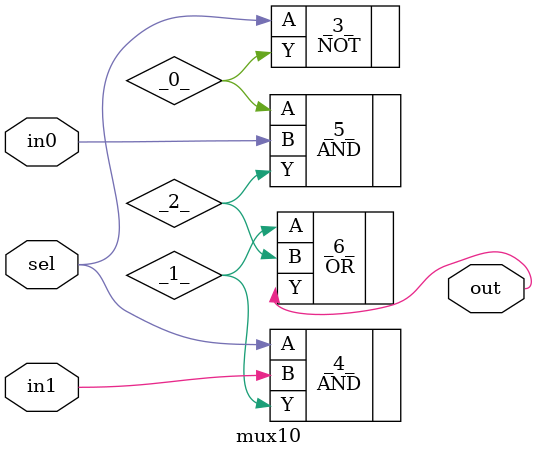
<source format=v>
/* Generated by Yosys 0.41+83 (git sha1 7045cf509, x86_64-w64-mingw32-g++ 13.2.1 -Os) */

/* cells_not_processed =  1  */
/* src = "mux10.v:2.1-7.10" */
module mux10(in0, in1, sel, out);
  wire _0_;
  wire _1_;
  wire _2_;
  /* src = "mux10.v:2.21-2.24" */
  input in0;
  wire in0;
  /* src = "mux10.v:2.26-2.29" */
  input in1;
  wire in1;
  /* src = "mux10.v:3.28-3.31" */
  output out;
  wire out;
  /* src = "mux10.v:2.31-2.34" */
  input sel;
  wire sel;
  NOT _3_ (
    .A(sel),
    .Y(_0_)
  );
  AND _4_ (
    .A(sel),
    .B(in1),
    .Y(_1_)
  );
  AND _5_ (
    .A(_0_),
    .B(in0),
    .Y(_2_)
  );
  OR _6_ (
    .A(_1_),
    .B(_2_),
    .Y(out)
  );
endmodule

</source>
